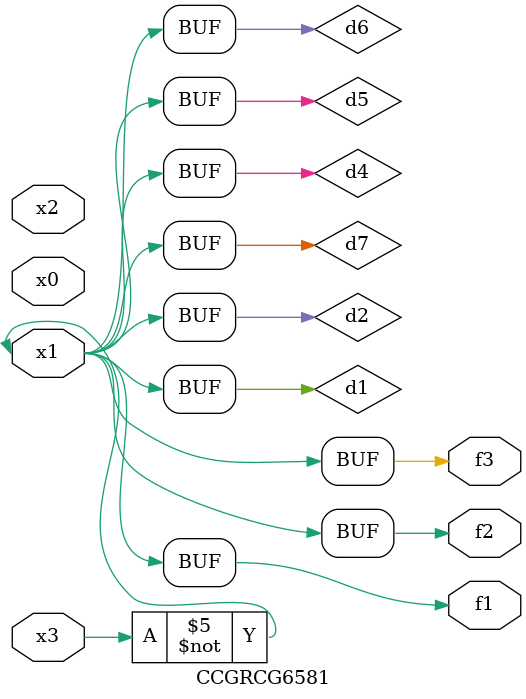
<source format=v>
module CCGRCG6581(
	input x0, x1, x2, x3,
	output f1, f2, f3
);

	wire d1, d2, d3, d4, d5, d6, d7;

	not (d1, x3);
	buf (d2, x1);
	xnor (d3, d1, d2);
	nor (d4, d1);
	buf (d5, d1, d2);
	buf (d6, d4, d5);
	nand (d7, d4);
	assign f1 = d6;
	assign f2 = d7;
	assign f3 = d6;
endmodule

</source>
